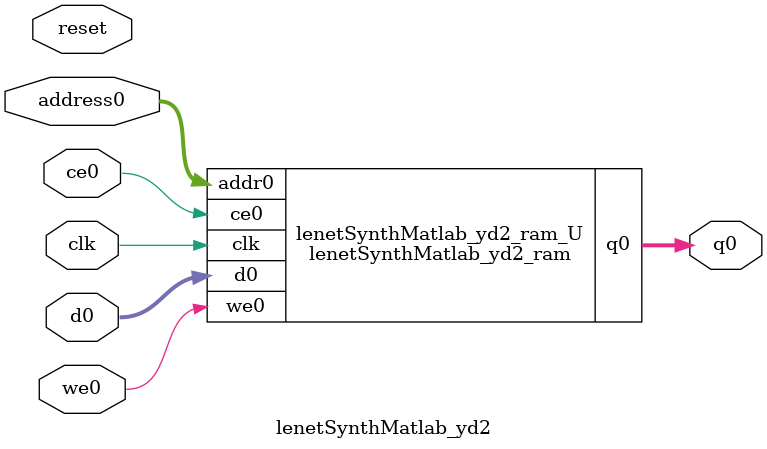
<source format=v>

`timescale 1 ns / 1 ps
module lenetSynthMatlab_yd2_ram (addr0, ce0, d0, we0, q0,  clk);

parameter DWIDTH = 32;
parameter AWIDTH = 7;
parameter MEM_SIZE = 80;

input[AWIDTH-1:0] addr0;
input ce0;
input[DWIDTH-1:0] d0;
input we0;
output reg[DWIDTH-1:0] q0;
input clk;

(* ram_style = "block" *)reg [DWIDTH-1:0] ram[0:MEM_SIZE-1];




always @(posedge clk)  
begin 
    if (ce0) 
    begin
        if (we0) 
        begin 
            ram[addr0] <= d0; 
            q0 <= d0;
        end 
        else 
            q0 <= ram[addr0];
    end
end


endmodule


`timescale 1 ns / 1 ps
module lenetSynthMatlab_yd2(
    reset,
    clk,
    address0,
    ce0,
    we0,
    d0,
    q0);

parameter DataWidth = 32'd32;
parameter AddressRange = 32'd80;
parameter AddressWidth = 32'd7;
input reset;
input clk;
input[AddressWidth - 1:0] address0;
input ce0;
input we0;
input[DataWidth - 1:0] d0;
output[DataWidth - 1:0] q0;



lenetSynthMatlab_yd2_ram lenetSynthMatlab_yd2_ram_U(
    .clk( clk ),
    .addr0( address0 ),
    .ce0( ce0 ),
    .we0( we0 ),
    .d0( d0 ),
    .q0( q0 ));

endmodule


</source>
